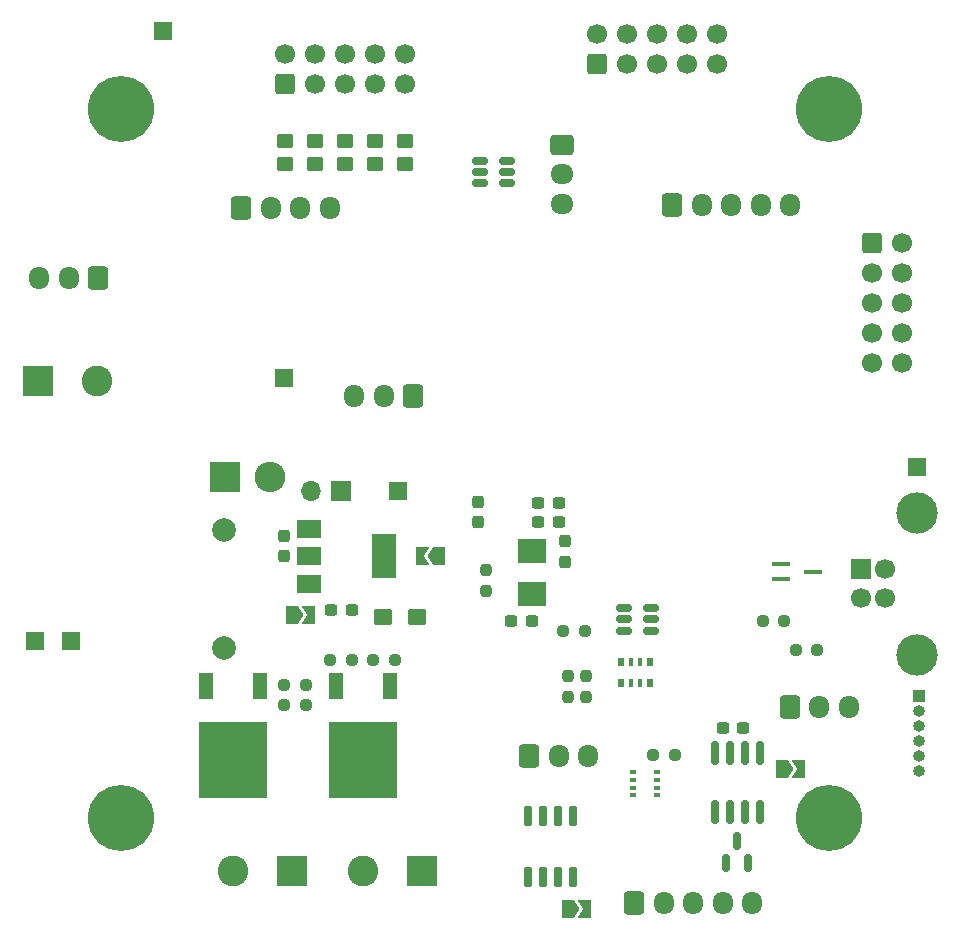
<source format=gbr>
%TF.GenerationSoftware,KiCad,Pcbnew,6.0.10*%
%TF.CreationDate,2023-01-12T12:24:56+03:00*%
%TF.ProjectId,nitrogen,6e697472-6f67-4656-9e2e-6b696361645f,rev?*%
%TF.SameCoordinates,Original*%
%TF.FileFunction,Soldermask,Top*%
%TF.FilePolarity,Negative*%
%FSLAX46Y46*%
G04 Gerber Fmt 4.6, Leading zero omitted, Abs format (unit mm)*
G04 Created by KiCad (PCBNEW 6.0.10) date 2023-01-12 12:24:56*
%MOMM*%
%LPD*%
G01*
G04 APERTURE LIST*
G04 Aperture macros list*
%AMRoundRect*
0 Rectangle with rounded corners*
0 $1 Rounding radius*
0 $2 $3 $4 $5 $6 $7 $8 $9 X,Y pos of 4 corners*
0 Add a 4 corners polygon primitive as box body*
4,1,4,$2,$3,$4,$5,$6,$7,$8,$9,$2,$3,0*
0 Add four circle primitives for the rounded corners*
1,1,$1+$1,$2,$3*
1,1,$1+$1,$4,$5*
1,1,$1+$1,$6,$7*
1,1,$1+$1,$8,$9*
0 Add four rect primitives between the rounded corners*
20,1,$1+$1,$2,$3,$4,$5,0*
20,1,$1+$1,$4,$5,$6,$7,0*
20,1,$1+$1,$6,$7,$8,$9,0*
20,1,$1+$1,$8,$9,$2,$3,0*%
%AMFreePoly0*
4,1,6,1.000000,0.000000,0.500000,-0.750000,-0.500000,-0.750000,-0.500000,0.750000,0.500000,0.750000,1.000000,0.000000,1.000000,0.000000,$1*%
%AMFreePoly1*
4,1,6,0.500000,-0.750000,-0.650000,-0.750000,-0.150000,0.000000,-0.650000,0.750000,0.500000,0.750000,0.500000,-0.750000,0.500000,-0.750000,$1*%
G04 Aperture macros list end*
%ADD10C,5.600000*%
%ADD11RoundRect,0.250000X-0.600000X-0.725000X0.600000X-0.725000X0.600000X0.725000X-0.600000X0.725000X0*%
%ADD12O,1.700000X1.950000*%
%ADD13R,2.600000X2.600000*%
%ADD14C,2.600000*%
%ADD15R,1.500000X1.500000*%
%ADD16O,2.600000X2.600000*%
%ADD17RoundRect,0.250000X0.450000X-0.350000X0.450000X0.350000X-0.450000X0.350000X-0.450000X-0.350000X0*%
%ADD18RoundRect,0.250000X-0.600000X-0.600000X0.600000X-0.600000X0.600000X0.600000X-0.600000X0.600000X0*%
%ADD19C,1.700000*%
%ADD20RoundRect,0.150000X-0.150000X0.725000X-0.150000X-0.725000X0.150000X-0.725000X0.150000X0.725000X0*%
%ADD21RoundRect,0.237500X-0.250000X-0.237500X0.250000X-0.237500X0.250000X0.237500X-0.250000X0.237500X0*%
%ADD22RoundRect,0.150000X0.512500X0.150000X-0.512500X0.150000X-0.512500X-0.150000X0.512500X-0.150000X0*%
%ADD23R,1.200000X2.200000*%
%ADD24R,5.800000X6.400000*%
%ADD25R,2.000000X1.500000*%
%ADD26R,2.000000X3.800000*%
%ADD27R,0.500000X0.350000*%
%ADD28RoundRect,0.237500X-0.300000X-0.237500X0.300000X-0.237500X0.300000X0.237500X-0.300000X0.237500X0*%
%ADD29RoundRect,0.250000X0.600000X-0.600000X0.600000X0.600000X-0.600000X0.600000X-0.600000X-0.600000X0*%
%ADD30R,2.400000X2.000000*%
%ADD31RoundRect,0.250000X0.600000X0.725000X-0.600000X0.725000X-0.600000X-0.725000X0.600000X-0.725000X0*%
%ADD32RoundRect,0.150000X-0.512500X-0.150000X0.512500X-0.150000X0.512500X0.150000X-0.512500X0.150000X0*%
%ADD33FreePoly0,0.000000*%
%ADD34FreePoly1,0.000000*%
%ADD35R,1.700000X1.700000*%
%ADD36O,1.700000X1.700000*%
%ADD37RoundRect,0.237500X0.300000X0.237500X-0.300000X0.237500X-0.300000X-0.237500X0.300000X-0.237500X0*%
%ADD38RoundRect,0.250000X-0.725000X0.600000X-0.725000X-0.600000X0.725000X-0.600000X0.725000X0.600000X0*%
%ADD39O,1.950000X1.700000*%
%ADD40RoundRect,0.237500X0.237500X-0.300000X0.237500X0.300000X-0.237500X0.300000X-0.237500X-0.300000X0*%
%ADD41RoundRect,0.237500X0.250000X0.237500X-0.250000X0.237500X-0.250000X-0.237500X0.250000X-0.237500X0*%
%ADD42R,0.500000X0.800000*%
%ADD43R,0.400000X0.800000*%
%ADD44RoundRect,0.250000X-0.537500X-0.425000X0.537500X-0.425000X0.537500X0.425000X-0.537500X0.425000X0*%
%ADD45RoundRect,0.237500X-0.237500X0.250000X-0.237500X-0.250000X0.237500X-0.250000X0.237500X0.250000X0*%
%ADD46RoundRect,0.150000X-0.150000X0.825000X-0.150000X-0.825000X0.150000X-0.825000X0.150000X0.825000X0*%
%ADD47C,2.000000*%
%ADD48R,1.500000X0.450000*%
%ADD49R,1.000000X1.000000*%
%ADD50O,1.000000X1.000000*%
%ADD51C,3.500000*%
%ADD52RoundRect,0.150000X0.150000X-0.587500X0.150000X0.587500X-0.150000X0.587500X-0.150000X-0.587500X0*%
%ADD53FreePoly0,180.000000*%
%ADD54FreePoly1,180.000000*%
G04 APERTURE END LIST*
D10*
%TO.C,H1*%
X169000000Y-55000000D03*
%TD*%
D11*
%TO.C,J15*%
X165658800Y-105613200D03*
D12*
X168158800Y-105613200D03*
X170658800Y-105613200D03*
%TD*%
D13*
%TO.C,J3*%
X123500000Y-119500000D03*
D14*
X118500000Y-119500000D03*
%TD*%
D15*
%TO.C,TP2*%
X122800000Y-77800000D03*
%TD*%
D13*
%TO.C,D12*%
X117805000Y-86166000D03*
D16*
X121615000Y-86166000D03*
%TD*%
D11*
%TO.C,J9*%
X152500000Y-122200000D03*
D12*
X155000000Y-122200000D03*
X157500000Y-122200000D03*
X160000000Y-122200000D03*
X162500000Y-122200000D03*
%TD*%
D17*
%TO.C,R34*%
X130556000Y-59674000D03*
X130556000Y-57674000D03*
%TD*%
D18*
%TO.C,J11*%
X172647500Y-66320000D03*
D19*
X175187500Y-66320000D03*
X172647500Y-68860000D03*
X175187500Y-68860000D03*
X172647500Y-71400000D03*
X175187500Y-71400000D03*
X172647500Y-73940000D03*
X175187500Y-73940000D03*
X172647500Y-76480000D03*
X175187500Y-76480000D03*
%TD*%
D20*
%TO.C,U3*%
X147289800Y-114833300D03*
X146019800Y-114833300D03*
X144749800Y-114833300D03*
X143479800Y-114833300D03*
X143479800Y-119983300D03*
X144749800Y-119983300D03*
X146019800Y-119983300D03*
X147289800Y-119983300D03*
%TD*%
D21*
%TO.C,R13*%
X163362800Y-98311400D03*
X165187800Y-98311400D03*
%TD*%
D15*
%TO.C,TP6*%
X112623600Y-48412400D03*
%TD*%
D11*
%TO.C,J6*%
X119233500Y-63359000D03*
D12*
X121733500Y-63359000D03*
X124233500Y-63359000D03*
X126733500Y-63359000D03*
%TD*%
D17*
%TO.C,R28*%
X122936000Y-59674000D03*
X122936000Y-57674000D03*
%TD*%
D21*
%TO.C,R11*%
X146460200Y-99161600D03*
X148285200Y-99161600D03*
%TD*%
D22*
%TO.C,D13*%
X153943900Y-99146400D03*
X153943900Y-98196400D03*
X153943900Y-97246400D03*
X151668900Y-97246400D03*
X151668900Y-98196400D03*
X151668900Y-99146400D03*
%TD*%
D23*
%TO.C,Q2*%
X120780000Y-103800000D03*
D24*
X118500000Y-110100000D03*
D23*
X116220000Y-103800000D03*
%TD*%
D25*
%TO.C,U7*%
X124967600Y-90562400D03*
D26*
X131267600Y-92862400D03*
D25*
X124967600Y-92862400D03*
X124967600Y-95162400D03*
%TD*%
D27*
%TO.C,U5*%
X152391000Y-113090600D03*
X152391000Y-112440600D03*
X152391000Y-111790600D03*
X152391000Y-111140600D03*
X154441000Y-111140600D03*
X154441000Y-111790600D03*
X154441000Y-112440600D03*
X154441000Y-113090600D03*
%TD*%
D28*
%TO.C,C16*%
X126848700Y-97383600D03*
X128573700Y-97383600D03*
%TD*%
D21*
%TO.C,R14*%
X166168700Y-100787200D03*
X167993700Y-100787200D03*
%TD*%
D29*
%TO.C,J4*%
X122920000Y-52900000D03*
D19*
X122920000Y-50360000D03*
X125460000Y-52900000D03*
X125460000Y-50360000D03*
X128000000Y-52900000D03*
X128000000Y-50360000D03*
X130540000Y-52900000D03*
X130540000Y-50360000D03*
X133080000Y-52900000D03*
X133080000Y-50360000D03*
%TD*%
D30*
%TO.C,Y1*%
X143814800Y-96084000D03*
X143814800Y-92384000D03*
%TD*%
D31*
%TO.C,J5*%
X133800000Y-79300000D03*
D12*
X131300000Y-79300000D03*
X128800000Y-79300000D03*
%TD*%
D15*
%TO.C,TP1*%
X176416500Y-85306600D03*
%TD*%
D32*
%TO.C,D10*%
X139462500Y-59350000D03*
X139462500Y-60300000D03*
X139462500Y-61250000D03*
X141737500Y-61250000D03*
X141737500Y-60300000D03*
X141737500Y-59350000D03*
%TD*%
D33*
%TO.C,JP4*%
X123531800Y-97790000D03*
D34*
X124981800Y-97790000D03*
%TD*%
D35*
%TO.C,J16*%
X127650000Y-87300000D03*
D36*
X125110000Y-87300000D03*
%TD*%
D17*
%TO.C,R36*%
X133096000Y-59674000D03*
X133096000Y-57674000D03*
%TD*%
D37*
%TO.C,C2*%
X143813700Y-98298000D03*
X142088700Y-98298000D03*
%TD*%
D13*
%TO.C,J13*%
X102031000Y-77982000D03*
D14*
X107031000Y-77982000D03*
%TD*%
D38*
%TO.C,J1*%
X146400000Y-58000000D03*
D39*
X146400000Y-60500000D03*
X146400000Y-63000000D03*
%TD*%
D13*
%TO.C,J2*%
X134500000Y-119500000D03*
D14*
X129500000Y-119500000D03*
%TD*%
D33*
%TO.C,JP1*%
X165035400Y-110845600D03*
D34*
X166485400Y-110845600D03*
%TD*%
D15*
%TO.C,TP4*%
X104800000Y-100000000D03*
%TD*%
D29*
%TO.C,J10*%
X149320000Y-51152500D03*
D19*
X149320000Y-48612500D03*
X151860000Y-51152500D03*
X151860000Y-48612500D03*
X154400000Y-51152500D03*
X154400000Y-48612500D03*
X156940000Y-51152500D03*
X156940000Y-48612500D03*
X159480000Y-51152500D03*
X159480000Y-48612500D03*
%TD*%
D21*
%TO.C,R6*%
X130405500Y-101600000D03*
X132230500Y-101600000D03*
%TD*%
D40*
%TO.C,C19*%
X122834400Y-92861300D03*
X122834400Y-91136300D03*
%TD*%
D10*
%TO.C,H3*%
X109000000Y-115000000D03*
%TD*%
D40*
%TO.C,C3*%
X146608800Y-93318500D03*
X146608800Y-91593500D03*
%TD*%
D23*
%TO.C,Q3*%
X131780000Y-103800000D03*
D24*
X129500000Y-110100000D03*
D23*
X127220000Y-103800000D03*
%TD*%
D37*
%TO.C,C1*%
X161695300Y-107391200D03*
X159970300Y-107391200D03*
%TD*%
D33*
%TO.C,JP6*%
X146875000Y-122700000D03*
D34*
X148325000Y-122700000D03*
%TD*%
D28*
%TO.C,C9*%
X144374700Y-89916000D03*
X146099700Y-89916000D03*
%TD*%
D10*
%TO.C,H4*%
X169000000Y-115000000D03*
%TD*%
D41*
%TO.C,R4*%
X124661300Y-103784400D03*
X122836300Y-103784400D03*
%TD*%
D42*
%TO.C,RN2*%
X153803200Y-101817600D03*
D43*
X153003200Y-101817600D03*
X152203200Y-101817600D03*
D42*
X151403200Y-101817600D03*
X151403200Y-103617600D03*
D43*
X152203200Y-103617600D03*
X153003200Y-103617600D03*
D42*
X153803200Y-103617600D03*
%TD*%
D15*
%TO.C,TP3*%
X101800000Y-100000000D03*
%TD*%
D44*
%TO.C,C17*%
X131252100Y-97993200D03*
X134127100Y-97993200D03*
%TD*%
D15*
%TO.C,TP5*%
X132500000Y-87300000D03*
%TD*%
D41*
%TO.C,R24*%
X155928700Y-109677200D03*
X154103700Y-109677200D03*
%TD*%
D11*
%TO.C,J18*%
X155700000Y-63100000D03*
D12*
X158200000Y-63100000D03*
X160700000Y-63100000D03*
X163200000Y-63100000D03*
X165700000Y-63100000D03*
%TD*%
D41*
%TO.C,R7*%
X128572900Y-101600000D03*
X126747900Y-101600000D03*
%TD*%
%TO.C,R5*%
X124661300Y-105460800D03*
X122836300Y-105460800D03*
%TD*%
D17*
%TO.C,R30*%
X125476000Y-59658000D03*
X125476000Y-57658000D03*
%TD*%
D11*
%TO.C,J14*%
X143600000Y-109800000D03*
D12*
X146100000Y-109800000D03*
X148600000Y-109800000D03*
%TD*%
D40*
%TO.C,C6*%
X139242800Y-89964600D03*
X139242800Y-88239600D03*
%TD*%
D45*
%TO.C,R41*%
X139903200Y-93980000D03*
X139903200Y-95805000D03*
%TD*%
D46*
%TO.C,U1*%
X163100000Y-109550000D03*
X161830000Y-109550000D03*
X160560000Y-109550000D03*
X159290000Y-109550000D03*
X159290000Y-114500000D03*
X160560000Y-114500000D03*
X161830000Y-114500000D03*
X163100000Y-114500000D03*
%TD*%
D47*
%TO.C,L1*%
X117785000Y-100611000D03*
X117785000Y-90611000D03*
%TD*%
D48*
%TO.C,Q5*%
X164951900Y-93495800D03*
X164951900Y-94795800D03*
X167611900Y-94145800D03*
%TD*%
D45*
%TO.C,R25*%
X146888200Y-102975400D03*
X146888200Y-104800400D03*
%TD*%
D49*
%TO.C,J7*%
X176631600Y-104648000D03*
D50*
X176631600Y-105918000D03*
X176631600Y-107188000D03*
X176631600Y-108458000D03*
X176631600Y-109728000D03*
X176631600Y-110998000D03*
%TD*%
D35*
%TO.C,J8*%
X171690000Y-93930000D03*
D19*
X171690000Y-96430000D03*
X173690000Y-96430000D03*
X173690000Y-93930000D03*
D51*
X176400000Y-89160000D03*
X176400000Y-101200000D03*
%TD*%
D52*
%TO.C,D6*%
X160250000Y-118837500D03*
X162150000Y-118837500D03*
X161200000Y-116962500D03*
%TD*%
D28*
%TO.C,C8*%
X144374700Y-88341200D03*
X146099700Y-88341200D03*
%TD*%
D10*
%TO.C,H2*%
X109000000Y-55000000D03*
%TD*%
D45*
%TO.C,R23*%
X148437600Y-102975400D03*
X148437600Y-104800400D03*
%TD*%
D31*
%TO.C,J12*%
X107100000Y-69300000D03*
D12*
X104600000Y-69300000D03*
X102100000Y-69300000D03*
%TD*%
D17*
%TO.C,R32*%
X128016000Y-59658000D03*
X128016000Y-57658000D03*
%TD*%
D53*
%TO.C,JP3*%
X135954600Y-92862400D03*
D54*
X134504600Y-92862400D03*
%TD*%
M02*

</source>
